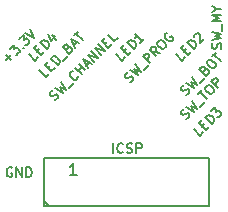
<source format=gbr>
G04 #@! TF.FileFunction,Legend,Top*
%FSLAX46Y46*%
G04 Gerber Fmt 4.6, Leading zero omitted, Abs format (unit mm)*
G04 Created by KiCad (PCBNEW 4.0.7) date 04/27/18 14:22:45*
%MOMM*%
%LPD*%
G01*
G04 APERTURE LIST*
%ADD10C,0.150000*%
G04 APERTURE END LIST*
D10*
X125331786Y-121306025D02*
X125062412Y-121575399D01*
X124496727Y-121009714D01*
X125224036Y-120821152D02*
X125412598Y-120632589D01*
X125789722Y-120848089D02*
X125520348Y-121117463D01*
X124954662Y-120551778D01*
X125224037Y-120282403D01*
X126032159Y-120605652D02*
X125466473Y-120039967D01*
X125601160Y-119905280D01*
X125708910Y-119851405D01*
X125816659Y-119851404D01*
X125897472Y-119878342D01*
X126032159Y-119959154D01*
X126112971Y-120039967D01*
X126193784Y-120174654D01*
X126220721Y-120255465D01*
X126220721Y-120363216D01*
X126166846Y-120470965D01*
X126032159Y-120605652D01*
X125978284Y-119528156D02*
X126328470Y-119177970D01*
X126355408Y-119582031D01*
X126436220Y-119501219D01*
X126517032Y-119474281D01*
X126570907Y-119474281D01*
X126651719Y-119501219D01*
X126786406Y-119635905D01*
X126813343Y-119716717D01*
X126813343Y-119770593D01*
X126786406Y-119851405D01*
X126624781Y-120013030D01*
X126543970Y-120039967D01*
X126490095Y-120039966D01*
X123877167Y-120166770D02*
X123984916Y-120112895D01*
X124119603Y-119978208D01*
X124146540Y-119897396D01*
X124146540Y-119843520D01*
X124119603Y-119762709D01*
X124065728Y-119708833D01*
X123984916Y-119681896D01*
X123931041Y-119681897D01*
X123850229Y-119708833D01*
X123715542Y-119789646D01*
X123634729Y-119816584D01*
X123580855Y-119816584D01*
X123500043Y-119789646D01*
X123446168Y-119735771D01*
X123419230Y-119654959D01*
X123419230Y-119601084D01*
X123446168Y-119520272D01*
X123580855Y-119385585D01*
X123688605Y-119331710D01*
X123850229Y-119116211D02*
X124550602Y-119547209D01*
X124254290Y-119035398D01*
X124766101Y-119331710D01*
X124335102Y-118631338D01*
X125035475Y-119170085D02*
X125466473Y-118739087D01*
X124900788Y-118065652D02*
X125224037Y-117742403D01*
X125628098Y-118469713D02*
X125062413Y-117904027D01*
X125520348Y-117446092D02*
X125628098Y-117338342D01*
X125708911Y-117311404D01*
X125816659Y-117311404D01*
X125951346Y-117392216D01*
X126139908Y-117580778D01*
X126220721Y-117715465D01*
X126220721Y-117823215D01*
X126193784Y-117904027D01*
X126086034Y-118011777D01*
X126005222Y-118038714D01*
X125897472Y-118038714D01*
X125762785Y-117957902D01*
X125574223Y-117769340D01*
X125493411Y-117634653D01*
X125493411Y-117526903D01*
X125520348Y-117446092D01*
X126570907Y-117526904D02*
X126005222Y-116961219D01*
X126220721Y-116745719D01*
X126301533Y-116718781D01*
X126355408Y-116718781D01*
X126436220Y-116745719D01*
X126517032Y-116826531D01*
X126543970Y-116907343D01*
X126543970Y-116961218D01*
X126517032Y-117042030D01*
X126301532Y-117257530D01*
X126815810Y-114223334D02*
X126853905Y-114109048D01*
X126853905Y-113918572D01*
X126815810Y-113842382D01*
X126777714Y-113804286D01*
X126701524Y-113766191D01*
X126625333Y-113766191D01*
X126549143Y-113804286D01*
X126511048Y-113842382D01*
X126472952Y-113918572D01*
X126434857Y-114070953D01*
X126396762Y-114147144D01*
X126358667Y-114185239D01*
X126282476Y-114223334D01*
X126206286Y-114223334D01*
X126130095Y-114185239D01*
X126092000Y-114147144D01*
X126053905Y-114070953D01*
X126053905Y-113880477D01*
X126092000Y-113766191D01*
X126053905Y-113499524D02*
X126853905Y-113309048D01*
X126282476Y-113156667D01*
X126853905Y-113004286D01*
X126053905Y-112813810D01*
X126930095Y-112699524D02*
X126930095Y-112090000D01*
X126853905Y-111899524D02*
X126053905Y-111899524D01*
X126625333Y-111632857D01*
X126053905Y-111366190D01*
X126853905Y-111366190D01*
X126472952Y-110832857D02*
X126853905Y-110832857D01*
X126053905Y-111099524D02*
X126472952Y-110832857D01*
X126053905Y-110566190D01*
X123877167Y-118134770D02*
X123984916Y-118080895D01*
X124119603Y-117946208D01*
X124146540Y-117865396D01*
X124146540Y-117811520D01*
X124119603Y-117730709D01*
X124065728Y-117676833D01*
X123984916Y-117649896D01*
X123931041Y-117649897D01*
X123850229Y-117676833D01*
X123715542Y-117757646D01*
X123634729Y-117784584D01*
X123580855Y-117784584D01*
X123500043Y-117757646D01*
X123446168Y-117703771D01*
X123419230Y-117622959D01*
X123419230Y-117569084D01*
X123446168Y-117488272D01*
X123580855Y-117353585D01*
X123688605Y-117299710D01*
X123850229Y-117084211D02*
X124550602Y-117515209D01*
X124254290Y-117003398D01*
X124766101Y-117299710D01*
X124335102Y-116599338D01*
X125035475Y-117138085D02*
X125466473Y-116707087D01*
X125439536Y-116033652D02*
X125547286Y-115979776D01*
X125601161Y-115979777D01*
X125681973Y-116006714D01*
X125762785Y-116087527D01*
X125789722Y-116168338D01*
X125789723Y-116222214D01*
X125762785Y-116303026D01*
X125547286Y-116518525D01*
X124981600Y-115952840D01*
X125170162Y-115764278D01*
X125250974Y-115737341D01*
X125304849Y-115737340D01*
X125385662Y-115764278D01*
X125439536Y-115818152D01*
X125466474Y-115898965D01*
X125466473Y-115952840D01*
X125439536Y-116033652D01*
X125250974Y-116222214D01*
X125655035Y-115279405D02*
X125762785Y-115171655D01*
X125843597Y-115144717D01*
X125951346Y-115144717D01*
X126086033Y-115225530D01*
X126274595Y-115414092D01*
X126355408Y-115548778D01*
X126355408Y-115656528D01*
X126328470Y-115737341D01*
X126220721Y-115845090D01*
X126139909Y-115872027D01*
X126032159Y-115872027D01*
X125897472Y-115791215D01*
X125708910Y-115602653D01*
X125628097Y-115467966D01*
X125628098Y-115360216D01*
X125655035Y-115279405D01*
X126059096Y-114875344D02*
X126382345Y-114552095D01*
X126786406Y-115279405D02*
X126220721Y-114713719D01*
X123807786Y-114956025D02*
X123538412Y-115225399D01*
X122972727Y-114659714D01*
X123700036Y-114471152D02*
X123888598Y-114282589D01*
X124265722Y-114498089D02*
X123996348Y-114767463D01*
X123430662Y-114201778D01*
X123700037Y-113932403D01*
X124508159Y-114255652D02*
X123942473Y-113689967D01*
X124077160Y-113555280D01*
X124184910Y-113501405D01*
X124292659Y-113501404D01*
X124373472Y-113528342D01*
X124508159Y-113609154D01*
X124588971Y-113689967D01*
X124669784Y-113824654D01*
X124696721Y-113905465D01*
X124696721Y-114013216D01*
X124642846Y-114120965D01*
X124508159Y-114255652D01*
X124535096Y-113205093D02*
X124535096Y-113151219D01*
X124562034Y-113070406D01*
X124696721Y-112935719D01*
X124777532Y-112908782D01*
X124831408Y-112908781D01*
X124912220Y-112935719D01*
X124966095Y-112989594D01*
X125019970Y-113097343D01*
X125019970Y-113743841D01*
X125370156Y-113393655D01*
X119112794Y-117057142D02*
X119220544Y-117003267D01*
X119355231Y-116868580D01*
X119382168Y-116787768D01*
X119382168Y-116733892D01*
X119355231Y-116653081D01*
X119301356Y-116599206D01*
X119220544Y-116572268D01*
X119166669Y-116572269D01*
X119085856Y-116599206D01*
X118951170Y-116680018D01*
X118870357Y-116706956D01*
X118816483Y-116706956D01*
X118735670Y-116680018D01*
X118681796Y-116626144D01*
X118654858Y-116545331D01*
X118654858Y-116491457D01*
X118681796Y-116410644D01*
X118816483Y-116275957D01*
X118924232Y-116222082D01*
X119085857Y-116006583D02*
X119786229Y-116437582D01*
X119489918Y-115925771D01*
X120001729Y-116222082D01*
X119570730Y-115521710D01*
X120271102Y-116060457D02*
X120702101Y-115629459D01*
X120782913Y-115440898D02*
X120217228Y-114875212D01*
X120432727Y-114659713D01*
X120513540Y-114632775D01*
X120567414Y-114632775D01*
X120648227Y-114659713D01*
X120729038Y-114740525D01*
X120755976Y-114821337D01*
X120755976Y-114875211D01*
X120729038Y-114956024D01*
X120513539Y-115171523D01*
X121671848Y-114551963D02*
X121213911Y-114471151D01*
X121348599Y-114875212D02*
X120782913Y-114309527D01*
X120998413Y-114094027D01*
X121079225Y-114067089D01*
X121133100Y-114067089D01*
X121213912Y-114094027D01*
X121294724Y-114174839D01*
X121321662Y-114255652D01*
X121321662Y-114309526D01*
X121294724Y-114390338D01*
X121079224Y-114605838D01*
X121456348Y-113636092D02*
X121564098Y-113528342D01*
X121644911Y-113501404D01*
X121752659Y-113501404D01*
X121887346Y-113582216D01*
X122075908Y-113770778D01*
X122156721Y-113905465D01*
X122156721Y-114013215D01*
X122129784Y-114094027D01*
X122022034Y-114201777D01*
X121941222Y-114228714D01*
X121833472Y-114228714D01*
X121698785Y-114147902D01*
X121510223Y-113959340D01*
X121429411Y-113824653D01*
X121429411Y-113716903D01*
X121456348Y-113636092D01*
X122264470Y-112881844D02*
X122183658Y-112908782D01*
X122102846Y-112989594D01*
X122048971Y-113097343D01*
X122048970Y-113205093D01*
X122075908Y-113285905D01*
X122156721Y-113420592D01*
X122237533Y-113501405D01*
X122372220Y-113582217D01*
X122453032Y-113609154D01*
X122560782Y-113609154D01*
X122668532Y-113555279D01*
X122722406Y-113501405D01*
X122776281Y-113393655D01*
X122776281Y-113339780D01*
X122587719Y-113151219D01*
X122479970Y-113258968D01*
X118727786Y-114956025D02*
X118458412Y-115225399D01*
X117892727Y-114659714D01*
X118620036Y-114471152D02*
X118808598Y-114282589D01*
X119185722Y-114498089D02*
X118916348Y-114767463D01*
X118350662Y-114201778D01*
X118620037Y-113932403D01*
X119428159Y-114255652D02*
X118862473Y-113689967D01*
X118997160Y-113555280D01*
X119104910Y-113501405D01*
X119212659Y-113501404D01*
X119293472Y-113528342D01*
X119428159Y-113609154D01*
X119508971Y-113689967D01*
X119589784Y-113824654D01*
X119616721Y-113905465D01*
X119616721Y-114013216D01*
X119562846Y-114120965D01*
X119428159Y-114255652D01*
X120290156Y-113393655D02*
X119966907Y-113716904D01*
X120128531Y-113555280D02*
X119562846Y-112989595D01*
X119589783Y-113124281D01*
X119589783Y-113232031D01*
X119562846Y-113312843D01*
X112778300Y-118565636D02*
X112886050Y-118511761D01*
X113020737Y-118377074D01*
X113047674Y-118296263D01*
X113047674Y-118242387D01*
X113020737Y-118161575D01*
X112966861Y-118107700D01*
X112886050Y-118080763D01*
X112832175Y-118080763D01*
X112751362Y-118107700D01*
X112616675Y-118188512D01*
X112535863Y-118215450D01*
X112481988Y-118215450D01*
X112401176Y-118188512D01*
X112347302Y-118134638D01*
X112320364Y-118053825D01*
X112320364Y-117999951D01*
X112347302Y-117919139D01*
X112481988Y-117784452D01*
X112589738Y-117730576D01*
X112751363Y-117515077D02*
X113451735Y-117946076D01*
X113155424Y-117434265D01*
X113667234Y-117730576D01*
X113236236Y-117030204D01*
X113936608Y-117568952D02*
X114367607Y-117137953D01*
X114717793Y-116572268D02*
X114717794Y-116626143D01*
X114663918Y-116733892D01*
X114610044Y-116787767D01*
X114502294Y-116841642D01*
X114394544Y-116841642D01*
X114313732Y-116814705D01*
X114179045Y-116733892D01*
X114098233Y-116653080D01*
X114017421Y-116518393D01*
X113990483Y-116437581D01*
X113990483Y-116329831D01*
X114044359Y-116222082D01*
X114098233Y-116168207D01*
X114205983Y-116114332D01*
X114259857Y-116114332D01*
X115014105Y-116383706D02*
X114448419Y-115818021D01*
X114717793Y-116087395D02*
X115041042Y-115764146D01*
X115337354Y-116060457D02*
X114771668Y-115494772D01*
X115418165Y-115656396D02*
X115687539Y-115387022D01*
X115525915Y-115871896D02*
X115148791Y-115117649D01*
X115903039Y-115494772D01*
X116091600Y-115306211D02*
X115525915Y-114740525D01*
X116414849Y-114982962D01*
X115849164Y-114417276D01*
X116684223Y-114713588D02*
X116118538Y-114147903D01*
X117007472Y-114390339D01*
X116441786Y-113824654D01*
X116980534Y-113824654D02*
X117169096Y-113636092D01*
X117546220Y-113851591D02*
X117276846Y-114120965D01*
X116711160Y-113555280D01*
X116980535Y-113285905D01*
X118058031Y-113339780D02*
X117788657Y-113609154D01*
X117222971Y-113043469D01*
X112273979Y-116329832D02*
X112004605Y-116599206D01*
X111438919Y-116033521D01*
X112166229Y-115844959D02*
X112354791Y-115656397D01*
X112731915Y-115871896D02*
X112462540Y-116141271D01*
X111896855Y-115575585D01*
X112166229Y-115306211D01*
X112974351Y-115629460D02*
X112408666Y-115063774D01*
X112543353Y-114929087D01*
X112651102Y-114875212D01*
X112758852Y-114875211D01*
X112839665Y-114902149D01*
X112974351Y-114982962D01*
X113055164Y-115063774D01*
X113135976Y-115198461D01*
X113162913Y-115279273D01*
X113162913Y-115387023D01*
X113109038Y-115494773D01*
X112974351Y-115629460D01*
X113459224Y-115252335D02*
X113890223Y-114821337D01*
X113863286Y-114147902D02*
X113971035Y-114094027D01*
X114024911Y-114094027D01*
X114105722Y-114120965D01*
X114186535Y-114201777D01*
X114213472Y-114282589D01*
X114213473Y-114336464D01*
X114186535Y-114417276D01*
X113971035Y-114632776D01*
X113405350Y-114067090D01*
X113593912Y-113878528D01*
X113674724Y-113851591D01*
X113728599Y-113851590D01*
X113809411Y-113878528D01*
X113863286Y-113932403D01*
X113890224Y-114013215D01*
X113890223Y-114067090D01*
X113863286Y-114147902D01*
X113674724Y-114336464D01*
X114348159Y-113932403D02*
X114617532Y-113663029D01*
X114455908Y-114147903D02*
X114078785Y-113393655D01*
X114833032Y-113770778D01*
X114375096Y-113097344D02*
X114698345Y-112774095D01*
X115102406Y-113501405D02*
X114536721Y-112935719D01*
X111361786Y-114956025D02*
X111092412Y-115225399D01*
X110526727Y-114659714D01*
X111254036Y-114471152D02*
X111442598Y-114282589D01*
X111819722Y-114498089D02*
X111550348Y-114767463D01*
X110984662Y-114201778D01*
X111254037Y-113932403D01*
X112062159Y-114255652D02*
X111496473Y-113689967D01*
X111631160Y-113555280D01*
X111738910Y-113501405D01*
X111846659Y-113501404D01*
X111927472Y-113528342D01*
X112062159Y-113609154D01*
X112142971Y-113689967D01*
X112223784Y-113824654D01*
X112250721Y-113905465D01*
X112250721Y-114013216D01*
X112196846Y-114120965D01*
X112062159Y-114255652D01*
X112493157Y-113070406D02*
X112870281Y-113447530D01*
X112142971Y-112989595D02*
X112412345Y-113528342D01*
X112762531Y-113178156D01*
X108640978Y-115213835D02*
X109071976Y-114782836D01*
X109071976Y-115213835D02*
X108640978Y-114782836D01*
X108937289Y-114217151D02*
X109287475Y-113866965D01*
X109314413Y-114271026D01*
X109395225Y-114190214D01*
X109476037Y-114163276D01*
X109529912Y-114163276D01*
X109610724Y-114190214D01*
X109745411Y-114324900D01*
X109772348Y-114405712D01*
X109772348Y-114459588D01*
X109745411Y-114540400D01*
X109583786Y-114702025D01*
X109502975Y-114728962D01*
X109449100Y-114728961D01*
X110041722Y-114136338D02*
X110095597Y-114136339D01*
X110095597Y-114190214D01*
X110041723Y-114190214D01*
X110041722Y-114136338D01*
X110095597Y-114190214D01*
X109745411Y-113409029D02*
X110095597Y-113058843D01*
X110122535Y-113462904D01*
X110203347Y-113382092D01*
X110284159Y-113355154D01*
X110338034Y-113355154D01*
X110418846Y-113382092D01*
X110553533Y-113516778D01*
X110580470Y-113597590D01*
X110580470Y-113651466D01*
X110553533Y-113732278D01*
X110391908Y-113893903D01*
X110311097Y-113920840D01*
X110257222Y-113920839D01*
X110257222Y-112897219D02*
X111011469Y-113274342D01*
X110634346Y-112520095D01*
X117691048Y-123043905D02*
X117691048Y-122243905D01*
X118529143Y-122967714D02*
X118491048Y-123005810D01*
X118376762Y-123043905D01*
X118300572Y-123043905D01*
X118186286Y-123005810D01*
X118110095Y-122929619D01*
X118072000Y-122853429D01*
X118033905Y-122701048D01*
X118033905Y-122586762D01*
X118072000Y-122434381D01*
X118110095Y-122358190D01*
X118186286Y-122282000D01*
X118300572Y-122243905D01*
X118376762Y-122243905D01*
X118491048Y-122282000D01*
X118529143Y-122320095D01*
X118833905Y-123005810D02*
X118948191Y-123043905D01*
X119138667Y-123043905D01*
X119214857Y-123005810D01*
X119252953Y-122967714D01*
X119291048Y-122891524D01*
X119291048Y-122815333D01*
X119252953Y-122739143D01*
X119214857Y-122701048D01*
X119138667Y-122662952D01*
X118986286Y-122624857D01*
X118910095Y-122586762D01*
X118872000Y-122548667D01*
X118833905Y-122472476D01*
X118833905Y-122396286D01*
X118872000Y-122320095D01*
X118910095Y-122282000D01*
X118986286Y-122243905D01*
X119176762Y-122243905D01*
X119291048Y-122282000D01*
X119633905Y-123043905D02*
X119633905Y-122243905D01*
X119938667Y-122243905D01*
X120014858Y-122282000D01*
X120052953Y-122320095D01*
X120091048Y-122396286D01*
X120091048Y-122510571D01*
X120052953Y-122586762D01*
X120014858Y-122624857D01*
X119938667Y-122662952D01*
X119633905Y-122662952D01*
X109118477Y-124314000D02*
X109042286Y-124275905D01*
X108928001Y-124275905D01*
X108813715Y-124314000D01*
X108737524Y-124390190D01*
X108699429Y-124466381D01*
X108661334Y-124618762D01*
X108661334Y-124733048D01*
X108699429Y-124885429D01*
X108737524Y-124961619D01*
X108813715Y-125037810D01*
X108928001Y-125075905D01*
X109004191Y-125075905D01*
X109118477Y-125037810D01*
X109156572Y-124999714D01*
X109156572Y-124733048D01*
X109004191Y-124733048D01*
X109499429Y-125075905D02*
X109499429Y-124275905D01*
X109956572Y-125075905D01*
X109956572Y-124275905D01*
X110337524Y-125075905D02*
X110337524Y-124275905D01*
X110528000Y-124275905D01*
X110642286Y-124314000D01*
X110718477Y-124390190D01*
X110756572Y-124466381D01*
X110794667Y-124618762D01*
X110794667Y-124733048D01*
X110756572Y-124885429D01*
X110718477Y-124961619D01*
X110642286Y-125037810D01*
X110528000Y-125075905D01*
X110337524Y-125075905D01*
X111824000Y-127542000D02*
X125824000Y-127542000D01*
X125824000Y-123442000D02*
X111824000Y-123442000D01*
X111824000Y-123442000D02*
X111824000Y-127542000D01*
X125824000Y-123442000D02*
X125824000Y-127542000D01*
X111824000Y-127142000D02*
X112224000Y-127542000D01*
X114585715Y-124912381D02*
X114014286Y-124912381D01*
X114300000Y-124912381D02*
X114300000Y-123912381D01*
X114204762Y-124055238D01*
X114109524Y-124150476D01*
X114014286Y-124198095D01*
M02*

</source>
